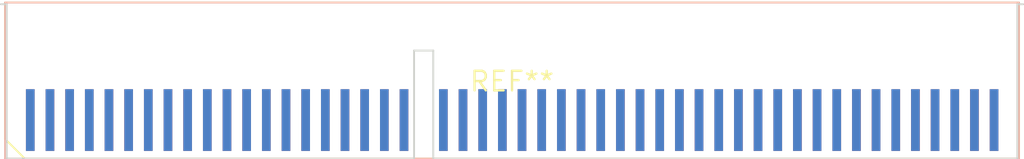
<source format=kicad_pcb>
(kicad_pcb (version 20240108) (generator pcbnew)
  (layers (0 "F.Cu" signal) (31 "B.Cu" signal) (34 "B.Paste" user) (35 "F.Paste" user) (36 "B.SilkS" user "B.Silkscreen") (37 "F.SilkS" user "F.Silkscreen") (38 "B.Mask" user) (39 "F.Mask" user) (44 "Edge.Cuts" user))
  (net 0 "")
  (footprint "Samtec_MECF-50-0_-L-DV_2x50_P1.27mm_Polarized_Edge" (layer "F.Cu") (at 0 0)
    (property "Reference" "REF**")
    (property "Value" "Samtec_MECF-50-0_-L-DV_2x50_P1.27mm_Polarized_Edge")
    (fp_line (start -32.73 -5.11) (end 32.73 -5.11) (layer "B.SilkS") (stroke (width 0.12)))
    (fp_line (start -32.73 5) (end -32.73 -5.11) (layer "B.SilkS") (stroke (width 0.12)))
    (fp_line (start -32.73 5) (end 32.73 5) (layer "B.SilkS") (stroke (width 0.12)))
    (fp_line (start 32.73 5) (end 32.73 -5.11) (layer "B.SilkS") (stroke (width 0.12)))
    (fp_line (start -32.73 -5.11) (end 32.73 -5.11) (layer "F.SilkS") (stroke (width 0.12)))
    (fp_line (start -32.73 3.73) (end -32.73 -5.11) (layer "F.SilkS") (stroke (width 0.12)))
    (fp_line (start -31.46 5) (end -32.73 3.73) (layer "F.SilkS") (stroke (width 0.12)))
    (fp_line (start -31.46 5) (end 32.73 5) (layer "F.SilkS") (stroke (width 0.12)))
    (fp_line (start 32.73 5) (end 32.73 -5.11) (layer "F.SilkS") (stroke (width 0.12)))
    (fp_line (start -33 -5) (end -32.625 -5) (layer "Edge.Cuts") (stroke (width 0.12)))
    (fp_line (start -32.625 5) (end -32.625 -5) (layer "Edge.Cuts") (stroke (width 0.12)))
    (fp_line (start -32.625 5) (end -6.325 5) (layer "Edge.Cuts") (stroke (width 0.12)))
    (fp_line (start -6.325 -2) (end -5.085 -2) (layer "Edge.Cuts") (stroke (width 0.12)))
    (fp_line (start -6.325 5) (end -6.325 -2) (layer "Edge.Cuts") (stroke (width 0.12)))
    (fp_line (start -5.085 5) (end -5.085 -2) (layer "Edge.Cuts") (stroke (width 0.12)))
    (fp_line (start -5.085 5) (end 32.625 5) (layer "Edge.Cuts") (stroke (width 0.12)))
    (fp_line (start 32.625 5) (end 32.625 -5) (layer "Edge.Cuts") (stroke (width 0.12)))
    (fp_line (start 33 -5) (end 32.625 -5) (layer "Edge.Cuts") (stroke (width 0.12)))
    (pad "1" connect rect (at -31.105 2.5) (size 0.56 4) (layers "F.Cu" "F.Mask"))
    (pad "2" connect rect (at -31.105 2.5) (size 0.56 4) (layers "B.Cu" "B.Mask"))
    (pad "3" connect rect (at -29.835 2.5) (size 0.56 4) (layers "F.Cu" "F.Mask"))
    (pad "4" connect rect (at -29.835 2.5) (size 0.56 4) (layers "B.Cu" "B.Mask"))
    (pad "5" connect rect (at -28.565 2.5) (size 0.56 4) (layers "F.Cu" "F.Mask"))
    (pad "6" connect rect (at -28.565 2.5) (size 0.56 4) (layers "B.Cu" "B.Mask"))
    (pad "7" connect rect (at -27.295 2.5) (size 0.56 4) (layers "F.Cu" "F.Mask"))
    (pad "8" connect rect (at -27.295 2.5) (size 0.56 4) (layers "B.Cu" "B.Mask"))
    (pad "9" connect rect (at -26.025 2.5) (size 0.56 4) (layers "F.Cu" "F.Mask"))
    (pad "10" connect rect (at -26.025 2.5) (size 0.56 4) (layers "B.Cu" "B.Mask"))
    (pad "11" connect rect (at -24.755 2.5) (size 0.56 4) (layers "F.Cu" "F.Mask"))
    (pad "12" connect rect (at -24.755 2.5) (size 0.56 4) (layers "B.Cu" "B.Mask"))
    (pad "13" connect rect (at -23.485 2.5) (size 0.56 4) (layers "F.Cu" "F.Mask"))
    (pad "14" connect rect (at -23.485 2.5) (size 0.56 4) (layers "B.Cu" "B.Mask"))
    (pad "15" connect rect (at -22.215 2.5) (size 0.56 4) (layers "F.Cu" "F.Mask"))
    (pad "16" connect rect (at -22.215 2.5) (size 0.56 4) (layers "B.Cu" "B.Mask"))
    (pad "17" connect rect (at -20.945 2.5) (size 0.56 4) (layers "F.Cu" "F.Mask"))
    (pad "18" connect rect (at -20.945 2.5) (size 0.56 4) (layers "B.Cu" "B.Mask"))
    (pad "19" connect rect (at -19.675 2.5) (size 0.56 4) (layers "F.Cu" "F.Mask"))
    (pad "20" connect rect (at -19.675 2.5) (size 0.56 4) (layers "B.Cu" "B.Mask"))
    (pad "21" connect rect (at -18.405 2.5) (size 0.56 4) (layers "F.Cu" "F.Mask"))
    (pad "22" connect rect (at -18.405 2.5) (size 0.56 4) (layers "B.Cu" "B.Mask"))
    (pad "23" connect rect (at -17.135 2.5) (size 0.56 4) (layers "F.Cu" "F.Mask"))
    (pad "24" connect rect (at -17.135 2.5) (size 0.56 4) (layers "B.Cu" "B.Mask"))
    (pad "25" connect rect (at -15.865 2.5) (size 0.56 4) (layers "F.Cu" "F.Mask"))
    (pad "26" connect rect (at -15.865 2.5) (size 0.56 4) (layers "B.Cu" "B.Mask"))
    (pad "27" connect rect (at -14.595 2.5) (size 0.56 4) (layers "F.Cu" "F.Mask"))
    (pad "28" connect rect (at -14.595 2.5) (size 0.56 4) (layers "B.Cu" "B.Mask"))
    (pad "29" connect rect (at -13.325 2.5) (size 0.56 4) (layers "F.Cu" "F.Mask"))
    (pad "30" connect rect (at -13.325 2.5) (size 0.56 4) (layers "B.Cu" "B.Mask"))
    (pad "31" connect rect (at -12.055 2.5) (size 0.56 4) (layers "F.Cu" "F.Mask"))
    (pad "32" connect rect (at -12.055 2.5) (size 0.56 4) (layers "B.Cu" "B.Mask"))
    (pad "33" connect rect (at -10.785 2.5) (size 0.56 4) (layers "F.Cu" "F.Mask"))
    (pad "34" connect rect (at -10.785 2.5) (size 0.56 4) (layers "B.Cu" "B.Mask"))
    (pad "35" connect rect (at -9.515 2.5) (size 0.56 4) (layers "F.Cu" "F.Mask"))
    (pad "36" connect rect (at -9.515 2.5) (size 0.56 4) (layers "B.Cu" "B.Mask"))
    (pad "37" connect rect (at -8.245 2.5) (size 0.56 4) (layers "F.Cu" "F.Mask"))
    (pad "38" connect rect (at -8.245 2.5) (size 0.56 4) (layers "B.Cu" "B.Mask"))
    (pad "39" connect rect (at -6.975 2.5) (size 0.56 4) (layers "F.Cu" "F.Mask"))
    (pad "40" connect rect (at -6.975 2.5) (size 0.56 4) (layers "B.Cu" "B.Mask"))
    (pad "43" connect rect (at -4.435 2.5) (size 0.56 4) (layers "F.Cu" "F.Mask"))
    (pad "44" connect rect (at -4.435 2.5) (size 0.56 4) (layers "B.Cu" "B.Mask"))
    (pad "45" connect rect (at -3.165 2.5) (size 0.56 4) (layers "F.Cu" "F.Mask"))
    (pad "46" connect rect (at -3.165 2.5) (size 0.56 4) (layers "B.Cu" "B.Mask"))
    (pad "47" connect rect (at -1.895 2.5) (size 0.56 4) (layers "F.Cu" "F.Mask"))
    (pad "48" connect rect (at -1.895 2.5) (size 0.56 4) (layers "B.Cu" "B.Mask"))
    (pad "49" connect rect (at -0.625 2.5) (size 0.56 4) (layers "F.Cu" "F.Mask"))
    (pad "50" connect rect (at -0.625 2.5) (size 0.56 4) (layers "B.Cu" "B.Mask"))
    (pad "51" connect rect (at 0.645 2.5) (size 0.56 4) (layers "F.Cu" "F.Mask"))
    (pad "52" connect rect (at 0.645 2.5) (size 0.56 4) (layers "B.Cu" "B.Mask"))
    (pad "53" connect rect (at 1.915 2.5) (size 0.56 4) (layers "F.Cu" "F.Mask"))
    (pad "54" connect rect (at 1.915 2.5) (size 0.56 4) (layers "B.Cu" "B.Mask"))
    (pad "55" connect rect (at 3.185 2.5) (size 0.56 4) (layers "F.Cu" "F.Mask"))
    (pad "56" connect rect (at 3.185 2.5) (size 0.56 4) (layers "B.Cu" "B.Mask"))
    (pad "57" connect rect (at 4.455 2.5) (size 0.56 4) (layers "F.Cu" "F.Mask"))
    (pad "58" connect rect (at 4.455 2.5) (size 0.56 4) (layers "B.Cu" "B.Mask"))
    (pad "59" connect rect (at 5.725 2.5) (size 0.56 4) (layers "F.Cu" "F.Mask"))
    (pad "60" connect rect (at 5.725 2.5) (size 0.56 4) (layers "B.Cu" "B.Mask"))
    (pad "61" connect rect (at 6.995 2.5) (size 0.56 4) (layers "F.Cu" "F.Mask"))
    (pad "62" connect rect (at 6.995 2.5) (size 0.56 4) (layers "B.Cu" "B.Mask"))
    (pad "63" connect rect (at 8.265 2.5) (size 0.56 4) (layers "F.Cu" "F.Mask"))
    (pad "64" connect rect (at 8.265 2.5) (size 0.56 4) (layers "B.Cu" "B.Mask"))
    (pad "65" connect rect (at 9.535 2.5) (size 0.56 4) (layers "F.Cu" "F.Mask"))
    (pad "66" connect rect (at 9.535 2.5) (size 0.56 4) (layers "B.Cu" "B.Mask"))
    (pad "67" connect rect (at 10.805 2.5) (size 0.56 4) (layers "F.Cu" "F.Mask"))
    (pad "68" connect rect (at 10.805 2.5) (size 0.56 4) (layers "B.Cu" "B.Mask"))
    (pad "69" connect rect (at 12.075 2.5) (size 0.56 4) (layers "F.Cu" "F.Mask"))
    (pad "70" connect rect (at 12.075 2.5) (size 0.56 4) (layers "B.Cu" "B.Mask"))
    (pad "71" connect rect (at 13.345 2.5) (size 0.56 4) (layers "F.Cu" "F.Mask"))
    (pad "72" connect rect (at 13.345 2.5) (size 0.56 4) (layers "B.Cu" "B.Mask"))
    (pad "73" connect rect (at 14.615 2.5) (size 0.56 4) (layers "F.Cu" "F.Mask"))
    (pad "74" connect rect (at 14.615 2.5) (size 0.56 4) (layers "B.Cu" "B.Mask"))
    (pad "75" connect rect (at 15.885 2.5) (size 0.56 4) (layers "F.Cu" "F.Mask"))
    (pad "76" connect rect (at 15.885 2.5) (size 0.56 4) (layers "B.Cu" "B.Mask"))
    (pad "77" connect rect (at 17.155 2.5) (size 0.56 4) (layers "F.Cu" "F.Mask"))
    (pad "78" connect rect (at 17.155 2.5) (size 0.56 4) (layers "B.Cu" "B.Mask"))
    (pad "79" connect rect (at 18.425 2.5) (size 0.56 4) (layers "F.Cu" "F.Mask"))
    (pad "80" connect rect (at 18.425 2.5) (size 0.56 4) (layers "B.Cu" "B.Mask"))
    (pad "81" connect rect (at 19.695 2.5) (size 0.56 4) (layers "F.Cu" "F.Mask"))
    (pad "82" connect rect (at 19.695 2.5) (size 0.56 4) (layers "B.Cu" "B.Mask"))
    (pad "83" connect rect (at 20.965 2.5) (size 0.56 4) (layers "F.Cu" "F.Mask"))
    (pad "84" connect rect (at 20.965 2.5) (size 0.56 4) (layers "B.Cu" "B.Mask"))
    (pad "85" connect rect (at 22.235 2.5) (size 0.56 4) (layers "F.Cu" "F.Mask"))
    (pad "86" connect rect (at 22.235 2.5) (size 0.56 4) (layers "B.Cu" "B.Mask"))
    (pad "87" connect rect (at 23.505 2.5) (size 0.56 4) (layers "F.Cu" "F.Mask"))
    (pad "88" connect rect (at 23.505 2.5) (size 0.56 4) (layers "B.Cu" "B.Mask"))
    (pad "89" connect rect (at 24.775 2.5) (size 0.56 4) (layers "F.Cu" "F.Mask"))
    (pad "90" connect rect (at 24.775 2.5) (size 0.56 4) (layers "B.Cu" "B.Mask"))
    (pad "91" connect rect (at 26.045 2.5) (size 0.56 4) (layers "F.Cu" "F.Mask"))
    (pad "92" connect rect (at 26.045 2.5) (size 0.56 4) (layers "B.Cu" "B.Mask"))
    (pad "93" connect rect (at 27.315 2.5) (size 0.56 4) (layers "F.Cu" "F.Mask"))
    (pad "94" connect rect (at 27.315 2.5) (size 0.56 4) (layers "B.Cu" "B.Mask"))
    (pad "95" connect rect (at 28.585 2.5) (size 0.56 4) (layers "F.Cu" "F.Mask"))
    (pad "96" connect rect (at 28.585 2.5) (size 0.56 4) (layers "B.Cu" "B.Mask"))
    (pad "97" connect rect (at 29.855 2.5) (size 0.56 4) (layers "F.Cu" "F.Mask"))
    (pad "98" connect rect (at 29.855 2.5) (size 0.56 4) (layers "B.Cu" "B.Mask"))
    (pad "99" connect rect (at 31.125 2.5) (size 0.56 4) (layers "F.Cu" "F.Mask"))
    (pad "100" connect rect (at 31.125 2.5) (size 0.56 4) (layers "B.Cu" "B.Mask"))
  )
)
</source>
